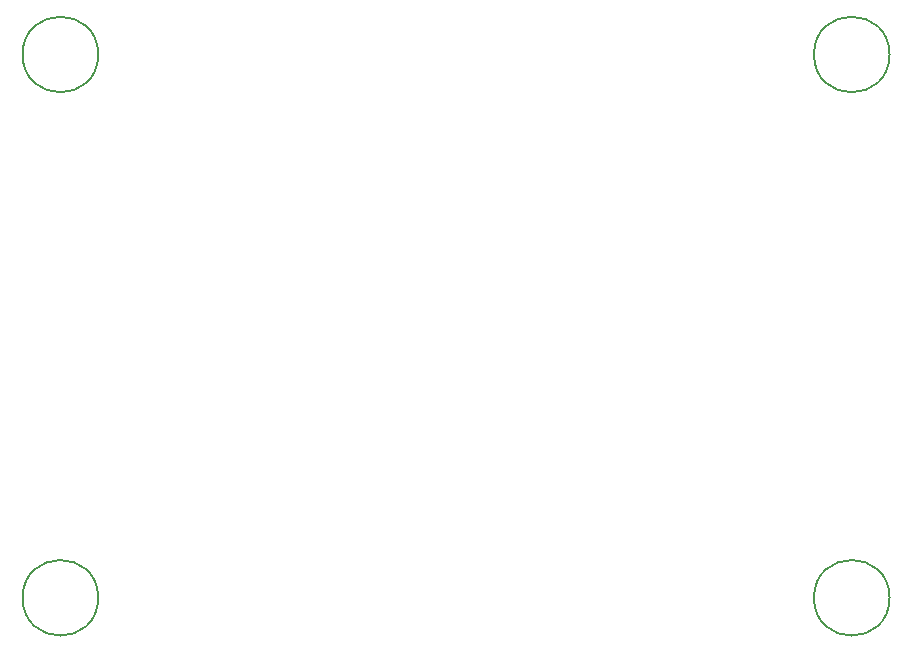
<source format=gbr>
%TF.GenerationSoftware,KiCad,Pcbnew,(6.0.9-0)*%
%TF.CreationDate,2024-03-23T12:25:00+01:00*%
%TF.ProjectId,io-board,696f2d62-6f61-4726-942e-6b696361645f,rev?*%
%TF.SameCoordinates,Original*%
%TF.FileFunction,Other,Comment*%
%FSLAX46Y46*%
G04 Gerber Fmt 4.6, Leading zero omitted, Abs format (unit mm)*
G04 Created by KiCad (PCBNEW (6.0.9-0)) date 2024-03-23 12:25:00*
%MOMM*%
%LPD*%
G01*
G04 APERTURE LIST*
%ADD10C,0.150000*%
G04 APERTURE END LIST*
D10*
%TO.C,H3*%
X67200000Y-110000000D02*
G75*
G03*
X67200000Y-110000000I-3200000J0D01*
G01*
%TO.C,H4*%
X134200000Y-110000000D02*
G75*
G03*
X134200000Y-110000000I-3200000J0D01*
G01*
%TO.C,H1*%
X67200000Y-64000000D02*
G75*
G03*
X67200000Y-64000000I-3200000J0D01*
G01*
%TO.C,H2*%
X134200000Y-64000000D02*
G75*
G03*
X134200000Y-64000000I-3200000J0D01*
G01*
%TD*%
M02*

</source>
